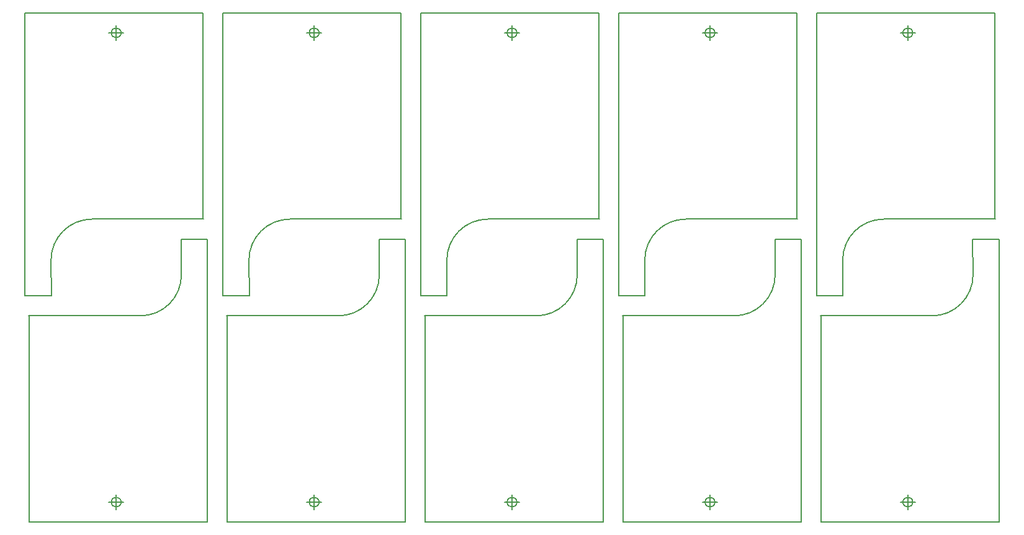
<source format=gm1>
%MOIN*%
%OFA0B0*%
%FSLAX46Y46*%
%IPPOS*%
%LPD*%
%ADD10C,0.005905511811023622*%
%ADD21C,0.005905511811023622*%
%ADD22C,0.005905511811023622*%
%ADD23C,0.005905511811023622*%
%ADD24C,0.005905511811023622*%
%ADD25C,0.005905511811023622*%
%ADD26C,0.005905511811023622*%
%ADD27C,0.005905511811023622*%
%ADD28C,0.005905511811023622*%
%ADD29C,0.005905511811023622*%
G01G01*
D10*
X0000813648Y0000372278D02*
G75*
G03G03X0000813648Y0000372278I-0000026246D01X0000813648Y0000372278I-0000026246D01*
G01G01*
X0000748031Y0000372278D02*
X0000826771Y0000372278D01*
X0000787401Y0000411648D02*
X0000787401Y0000332908D01*
X0000917401Y0001374015D02*
G75*
G03G03X0001137401Y0001594015J0000220000D01X0001137401Y0001594015J0000220000D01*
G01G01*
X0000320968Y0000266826D02*
X0000320968Y0001371157D01*
X0001277661Y0000266826D02*
X0000320968Y0000266826D01*
X0001277661Y0001784543D02*
X0001277661Y0000266826D01*
X0001135929Y0001784543D02*
X0001277661Y0001784543D01*
X0001137401Y0001594015D02*
X0001135929Y0001784543D01*
X0000317401Y0001374015D02*
X0000917401Y0001374015D01*
G04 next file*
G04 Gerber Fmt 4.6, Leading zero omitted, Abs format (unit mm)*
G04 Created by KiCad (PCBNEW (5.0.0-rc2-dev-707-g2ed24a4)) date Friday, 18 May 2018 at 19:07:10*
G01G01*
G04 APERTURE LIST*
G04 APERTURE END LIST*
D21*
X0001824147Y0002895438D02*
G75*
G03G03X0001824147Y0002895438I0000026246D01X0001824147Y0002895438I0000026246D01*
G01G01*
X0001889763Y0002895438D02*
X0001811023Y0002895438D01*
X0001850393Y0002856068D02*
X0001850393Y0002934808D01*
X0001720393Y0001893700D02*
G75*
G03G03X0001500393Y0001673700J-0000220000D01X0001500393Y0001673700J-0000220000D01*
G01G01*
X0002316826Y0003000889D02*
X0002316826Y0001896559D01*
X0001360133Y0003000889D02*
X0002316826Y0003000889D01*
X0001360133Y0001483173D02*
X0001360133Y0003000889D01*
X0001501866Y0001483173D02*
X0001360133Y0001483173D01*
X0001500393Y0001673700D02*
X0001501866Y0001483173D01*
X0002320393Y0001893700D02*
X0001720393Y0001893700D01*
G04 next file*
G04 Gerber Fmt 4.6, Leading zero omitted, Abs format (unit mm)*
G04 Created by KiCad (PCBNEW (5.0.0-rc2-dev-707-g2ed24a4)) date Friday, 18 May 2018 at 19:07:10*
G01G01*
G04 APERTURE LIST*
G04 APERTURE END LIST*
D22*
X0001876640Y0000372278D02*
G75*
G03G03X0001876640Y0000372278I-0000026246D01X0001876640Y0000372278I-0000026246D01*
G01G01*
X0001811023Y0000372278D02*
X0001889763Y0000372278D01*
X0001850393Y0000411648D02*
X0001850393Y0000332908D01*
X0001980393Y0001374015D02*
G75*
G03G03X0002200393Y0001594015J0000220000D01X0002200393Y0001594015J0000220000D01*
G01G01*
X0001383960Y0000266826D02*
X0001383960Y0001371157D01*
X0002340653Y0000266826D02*
X0001383960Y0000266826D01*
X0002340653Y0001784543D02*
X0002340653Y0000266826D01*
X0002198921Y0001784543D02*
X0002340653Y0001784543D01*
X0002200393Y0001594015D02*
X0002198921Y0001784543D01*
X0001380393Y0001374015D02*
X0001980393Y0001374015D01*
G04 next file*
G04 Gerber Fmt 4.6, Leading zero omitted, Abs format (unit mm)*
G04 Created by KiCad (PCBNEW (5.0.0-rc2-dev-707-g2ed24a4)) date Friday, 18 May 2018 at 19:07:10*
G01G01*
G04 APERTURE LIST*
G04 APERTURE END LIST*
D23*
X0000761154Y0002895438D02*
G75*
G03G03X0000761154Y0002895438I0000026246D01X0000761154Y0002895438I0000026246D01*
G01G01*
X0000826771Y0002895438D02*
X0000748031Y0002895438D01*
X0000787401Y0002856068D02*
X0000787401Y0002934808D01*
X0000657401Y0001893700D02*
G75*
G03G03X0000437401Y0001673700J-0000220000D01X0000437401Y0001673700J-0000220000D01*
G01G01*
X0001253834Y0003000889D02*
X0001253834Y0001896559D01*
X0000297141Y0003000889D02*
X0001253834Y0003000889D01*
X0000297141Y0001483173D02*
X0000297141Y0003000889D01*
X0000438874Y0001483173D02*
X0000297141Y0001483173D01*
X0000437401Y0001673700D02*
X0000438874Y0001483173D01*
X0001257401Y0001893700D02*
X0000657401Y0001893700D01*
G04 next file*
G04 Gerber Fmt 4.6, Leading zero omitted, Abs format (unit mm)*
G04 Created by KiCad (PCBNEW (5.0.0-rc2-dev-707-g2ed24a4)) date Friday, 18 May 2018 at 19:07:10*
G01G01*
G04 APERTURE LIST*
G04 APERTURE END LIST*
D24*
X0002887139Y0002895438D02*
G75*
G03G03X0002887139Y0002895438I0000026246D01X0002887139Y0002895438I0000026246D01*
G01G01*
X0002952755Y0002895438D02*
X0002874015Y0002895438D01*
X0002913385Y0002856068D02*
X0002913385Y0002934808D01*
X0002783385Y0001893700D02*
G75*
G03G03X0002563385Y0001673700J-0000220000D01X0002563385Y0001673700J-0000220000D01*
G01G01*
X0003379818Y0003000889D02*
X0003379818Y0001896559D01*
X0002423125Y0003000889D02*
X0003379818Y0003000889D01*
X0002423125Y0001483173D02*
X0002423125Y0003000889D01*
X0002564858Y0001483173D02*
X0002423125Y0001483173D01*
X0002563385Y0001673700D02*
X0002564858Y0001483173D01*
X0003383385Y0001893700D02*
X0002783385Y0001893700D01*
G04 next file*
G04 Gerber Fmt 4.6, Leading zero omitted, Abs format (unit mm)*
G04 Created by KiCad (PCBNEW (5.0.0-rc2-dev-707-g2ed24a4)) date Friday, 18 May 2018 at 19:07:10*
G01G01*
G04 APERTURE LIST*
G04 APERTURE END LIST*
D25*
X0002939632Y0000372278D02*
G75*
G03G03X0002939632Y0000372278I-0000026246D01X0002939632Y0000372278I-0000026246D01*
G01G01*
X0002874015Y0000372278D02*
X0002952755Y0000372278D01*
X0002913385Y0000411648D02*
X0002913385Y0000332908D01*
X0003043385Y0001374015D02*
G75*
G03G03X0003263385Y0001594015J0000220000D01X0003263385Y0001594015J0000220000D01*
G01G01*
X0002446952Y0000266826D02*
X0002446952Y0001371157D01*
X0003403645Y0000266826D02*
X0002446952Y0000266826D01*
X0003403645Y0001784543D02*
X0003403645Y0000266826D01*
X0003261913Y0001784543D02*
X0003403645Y0001784543D01*
X0003263385Y0001594015D02*
X0003261913Y0001784543D01*
X0002443385Y0001374015D02*
X0003043385Y0001374015D01*
G04 next file*
G04 Gerber Fmt 4.6, Leading zero omitted, Abs format (unit mm)*
G04 Created by KiCad (PCBNEW (5.0.0-rc2-dev-707-g2ed24a4)) date Friday, 18 May 2018 at 19:07:10*
G01G01*
G04 APERTURE LIST*
G04 APERTURE END LIST*
D26*
X0004002624Y0000372278D02*
G75*
G03G03X0004002624Y0000372278I-0000026246D01X0004002624Y0000372278I-0000026246D01*
G01G01*
X0003937007Y0000372278D02*
X0004015748Y0000372278D01*
X0003976377Y0000411648D02*
X0003976377Y0000332908D01*
X0004106377Y0001374015D02*
G75*
G03G03X0004326377Y0001594015J0000220000D01X0004326377Y0001594015J0000220000D01*
G01G01*
X0003509944Y0000266826D02*
X0003509944Y0001371157D01*
X0004466637Y0000266826D02*
X0003509944Y0000266826D01*
X0004466637Y0001784543D02*
X0004466637Y0000266826D01*
X0004324905Y0001784543D02*
X0004466637Y0001784543D01*
X0004326377Y0001594015D02*
X0004324905Y0001784543D01*
X0003506377Y0001374015D02*
X0004106377Y0001374015D01*
G04 next file*
G04 Gerber Fmt 4.6, Leading zero omitted, Abs format (unit mm)*
G04 Created by KiCad (PCBNEW (5.0.0-rc2-dev-707-g2ed24a4)) date Friday, 18 May 2018 at 19:07:10*
G01G01*
G04 APERTURE LIST*
G04 APERTURE END LIST*
D27*
X0003950131Y0002895438D02*
G75*
G03G03X0003950131Y0002895438I0000026246D01X0003950131Y0002895438I0000026246D01*
G01G01*
X0004015748Y0002895438D02*
X0003937007Y0002895438D01*
X0003976377Y0002856068D02*
X0003976377Y0002934808D01*
X0003846377Y0001893700D02*
G75*
G03G03X0003626377Y0001673700J-0000220000D01X0003626377Y0001673700J-0000220000D01*
G01G01*
X0004442811Y0003000889D02*
X0004442811Y0001896559D01*
X0003486118Y0003000889D02*
X0004442811Y0003000889D01*
X0003486118Y0001483173D02*
X0003486118Y0003000889D01*
X0003627850Y0001483173D02*
X0003486118Y0001483173D01*
X0003626377Y0001673700D02*
X0003627850Y0001483173D01*
X0004446377Y0001893700D02*
X0003846377Y0001893700D01*
G04 next file*
G04 Gerber Fmt 4.6, Leading zero omitted, Abs format (unit mm)*
G04 Created by KiCad (PCBNEW (5.0.0-rc2-dev-707-g2ed24a4)) date Friday, 18 May 2018 at 19:07:10*
G01G01*
G04 APERTURE LIST*
G04 APERTURE END LIST*
D28*
X0005065616Y0000372278D02*
G75*
G03G03X0005065616Y0000372278I-0000026246D01X0005065616Y0000372278I-0000026246D01*
G01G01*
X0005000000Y0000372278D02*
X0005078740Y0000372278D01*
X0005039370Y0000411648D02*
X0005039370Y0000332908D01*
X0005169370Y0001374015D02*
G75*
G03G03X0005389370Y0001594015J0000220000D01X0005389370Y0001594015J0000220000D01*
G01G01*
X0004572937Y0000266826D02*
X0004572937Y0001371157D01*
X0005529629Y0000266826D02*
X0004572937Y0000266826D01*
X0005529629Y0001784543D02*
X0005529629Y0000266826D01*
X0005387897Y0001784543D02*
X0005529629Y0001784543D01*
X0005389370Y0001594015D02*
X0005387897Y0001784543D01*
X0004569370Y0001374015D02*
X0005169370Y0001374015D01*
G04 next file*
G04 Gerber Fmt 4.6, Leading zero omitted, Abs format (unit mm)*
G04 Created by KiCad (PCBNEW (5.0.0-rc2-dev-707-g2ed24a4)) date Friday, 18 May 2018 at 19:07:10*
G01G01*
G04 APERTURE LIST*
G04 APERTURE END LIST*
D29*
X0005013123Y0002895438D02*
G75*
G03G03X0005013123Y0002895438I0000026246D01X0005013123Y0002895438I0000026246D01*
G01G01*
X0005078740Y0002895438D02*
X0005000000Y0002895438D01*
X0005039370Y0002856068D02*
X0005039370Y0002934808D01*
X0004909370Y0001893700D02*
G75*
G03G03X0004689370Y0001673700J-0000220000D01X0004689370Y0001673700J-0000220000D01*
G01G01*
X0005505803Y0003000889D02*
X0005505803Y0001896559D01*
X0004549110Y0003000889D02*
X0005505803Y0003000889D01*
X0004549110Y0001483173D02*
X0004549110Y0003000889D01*
X0004690842Y0001483173D02*
X0004549110Y0001483173D01*
X0004689370Y0001673700D02*
X0004690842Y0001483173D01*
X0005509370Y0001893700D02*
X0004909370Y0001893700D01*
M02*
</source>
